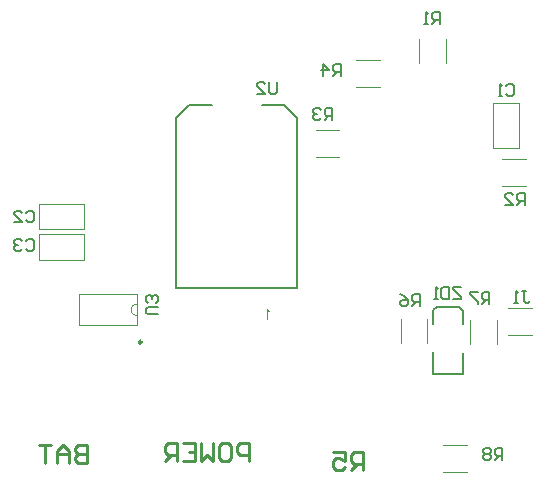
<source format=gto>
G04 Layer_Color=65535*
%FSLAX44Y44*%
%MOMM*%
G71*
G01*
G75*
%ADD33C,0.2500*%
%ADD34C,0.1000*%
%ADD35C,0.2000*%
%ADD36C,0.1500*%
%ADD37C,0.2540*%
D33*
X-897550Y113500D02*
G03*
X-897550Y113500I1250J0D01*
G01*
D34*
X-899300Y146000D02*
G03*
X-899300Y136000I0J-5000D01*
G01*
X-564800Y119750D02*
X-584800D01*
X-564800Y142250D02*
X-584800D01*
X-693800Y329750D02*
X-713800D01*
X-693800Y352250D02*
X-713800D01*
X-727800Y293250D02*
X-747800D01*
X-727800Y270750D02*
X-747800D01*
X-943800Y230750D02*
X-981850D01*
Y209250D02*
Y230750D01*
X-943800Y209250D02*
X-981850D01*
X-943800D02*
Y230750D01*
X-899300Y128000D02*
X-948300D01*
Y154000D01*
X-899300D02*
X-948300D01*
X-899300Y128000D02*
Y154000D01*
X-660050Y350000D02*
Y370000D01*
X-637550Y350000D02*
Y370000D01*
X-676050Y113000D02*
Y133000D01*
X-653550Y113000D02*
Y133000D01*
X-569800Y268250D02*
X-589800D01*
X-569800Y245750D02*
X-589800D01*
X-597550Y277950D02*
Y316000D01*
X-576050Y277950D02*
X-597550D01*
X-576050D02*
Y316000D01*
X-597550D01*
X-619800Y3750D02*
X-639800D01*
X-619800Y26250D02*
X-639800D01*
X-594550Y112000D02*
Y132000D01*
X-617050Y112000D02*
Y132000D01*
X-943800Y204750D02*
X-981850D01*
Y183250D02*
Y204750D01*
X-943800Y183250D02*
X-981850D01*
X-943800D02*
Y204750D01*
X-787550Y139725D02*
X-788312Y140106D01*
X-789454Y141248D01*
Y133250D01*
D35*
X-648300Y129150D02*
Y140417D01*
X-623300Y129150D02*
Y140306D01*
Y86750D02*
Y104000D01*
X-648300Y86750D02*
Y105150D01*
X-626613Y143250D02*
X-645113D01*
X-623300Y140306D02*
X-626613Y143250D01*
X-645113D02*
X-648300Y140417D01*
X-623300Y86750D02*
X-648300D01*
X-763550Y303250D02*
X-774800Y314500D01*
X-774800Y314500D02*
X-793800D01*
X-835800Y314500D02*
X-854800D01*
X-866050Y303250D01*
X-763550Y159751D02*
X-866050D01*
X-763550D02*
Y303250D01*
X-866050Y159751D02*
Y303250D01*
D36*
X-573465Y156997D02*
X-570132D01*
X-571798D01*
Y148666D01*
X-570132Y147000D01*
X-568466D01*
X-566800Y148666D01*
X-576797Y147000D02*
X-580129D01*
X-578463D01*
Y156997D01*
X-576797Y155331D01*
X-780800Y333997D02*
Y325666D01*
X-782466Y324000D01*
X-785798D01*
X-787465Y325666D01*
Y333997D01*
X-797461Y324000D02*
X-790797D01*
X-797461Y330664D01*
Y332331D01*
X-795795Y333997D01*
X-792463D01*
X-790797Y332331D01*
X-624800Y159997D02*
X-631465D01*
Y158331D01*
X-624800Y151666D01*
Y150000D01*
X-631465D01*
X-634797Y159997D02*
Y150000D01*
X-639795D01*
X-641461Y151666D01*
Y158331D01*
X-639795Y159997D01*
X-634797D01*
X-644793Y150000D02*
X-648126D01*
X-646460D01*
Y159997D01*
X-644793Y158331D01*
X-881803Y137000D02*
X-890134D01*
X-891800Y138666D01*
Y141998D01*
X-890134Y143665D01*
X-881803D01*
X-883469Y146997D02*
X-881803Y148663D01*
Y151995D01*
X-883469Y153661D01*
X-885135D01*
X-886802Y151995D01*
Y150329D01*
Y151995D01*
X-888468Y153661D01*
X-890134D01*
X-891800Y151995D01*
Y148663D01*
X-890134Y146997D01*
X-589800Y14000D02*
Y23997D01*
X-594798D01*
X-596465Y22331D01*
Y18998D01*
X-594798Y17332D01*
X-589800D01*
X-593132D02*
X-596465Y14000D01*
X-599797Y22331D02*
X-601463Y23997D01*
X-604795D01*
X-606461Y22331D01*
Y20665D01*
X-604795Y18998D01*
X-606461Y17332D01*
Y15666D01*
X-604795Y14000D01*
X-601463D01*
X-599797Y15666D01*
Y17332D01*
X-601463Y18998D01*
X-599797Y20665D01*
Y22331D01*
X-601463Y18998D02*
X-604795D01*
X-600800Y146000D02*
Y155997D01*
X-605798D01*
X-607464Y154331D01*
Y150998D01*
X-605798Y149332D01*
X-600800D01*
X-604132D02*
X-607464Y146000D01*
X-610797Y155997D02*
X-617461D01*
Y154331D01*
X-610797Y147666D01*
Y146000D01*
X-659800Y144000D02*
Y153997D01*
X-664798D01*
X-666464Y152331D01*
Y148998D01*
X-664798Y147332D01*
X-659800D01*
X-663132D02*
X-666464Y144000D01*
X-676461Y153997D02*
X-673129Y152331D01*
X-669797Y148998D01*
Y145666D01*
X-671463Y144000D01*
X-674795D01*
X-676461Y145666D01*
Y147332D01*
X-674795Y148998D01*
X-669797D01*
X-726800Y339000D02*
Y348997D01*
X-731798D01*
X-733465Y347331D01*
Y343998D01*
X-731798Y342332D01*
X-726800D01*
X-730132D02*
X-733465Y339000D01*
X-741795D02*
Y348997D01*
X-736797Y343998D01*
X-743461D01*
X-733800Y302000D02*
Y311997D01*
X-738798D01*
X-740464Y310331D01*
Y306998D01*
X-738798Y305332D01*
X-733800D01*
X-737132D02*
X-740464Y302000D01*
X-743797Y310331D02*
X-745463Y311997D01*
X-748795D01*
X-750461Y310331D01*
Y308664D01*
X-748795Y306998D01*
X-747129D01*
X-748795D01*
X-750461Y305332D01*
Y303666D01*
X-748795Y302000D01*
X-745463D01*
X-743797Y303666D01*
X-570800Y230000D02*
Y239997D01*
X-575798D01*
X-577464Y238331D01*
Y234998D01*
X-575798Y233332D01*
X-570800D01*
X-574132D02*
X-577464Y230000D01*
X-587461D02*
X-580797D01*
X-587461Y236665D01*
Y238331D01*
X-585795Y239997D01*
X-582463D01*
X-580797Y238331D01*
X-642800Y383000D02*
Y392997D01*
X-647798D01*
X-649464Y391331D01*
Y387998D01*
X-647798Y386332D01*
X-642800D01*
X-646132D02*
X-649464Y383000D01*
X-652797D02*
X-656129D01*
X-654463D01*
Y392997D01*
X-652797Y391331D01*
X-993465Y199331D02*
X-991798Y200997D01*
X-988466D01*
X-986800Y199331D01*
Y192666D01*
X-988466Y191000D01*
X-991798D01*
X-993465Y192666D01*
X-996797Y199331D02*
X-998463Y200997D01*
X-1001795D01*
X-1003461Y199331D01*
Y197665D01*
X-1001795Y195998D01*
X-1000129D01*
X-1001795D01*
X-1003461Y194332D01*
Y192666D01*
X-1001795Y191000D01*
X-998463D01*
X-996797Y192666D01*
X-993465Y223331D02*
X-991798Y224997D01*
X-988466D01*
X-986800Y223331D01*
Y216666D01*
X-988466Y215000D01*
X-991798D01*
X-993465Y216666D01*
X-1003461Y215000D02*
X-996797D01*
X-1003461Y221665D01*
Y223331D01*
X-1001795Y224997D01*
X-998463D01*
X-996797Y223331D01*
X-586465Y330331D02*
X-584798Y331997D01*
X-581466D01*
X-579800Y330331D01*
Y323666D01*
X-581466Y322000D01*
X-584798D01*
X-586465Y323666D01*
X-589797Y322000D02*
X-593129D01*
X-591463D01*
Y331997D01*
X-589797Y330331D01*
D37*
X-707800Y5000D02*
Y20235D01*
X-715417D01*
X-717957Y17696D01*
Y12617D01*
X-715417Y10078D01*
X-707800D01*
X-712878D02*
X-717957Y5000D01*
X-733192Y20235D02*
X-723035D01*
Y12617D01*
X-728113Y15157D01*
X-730653D01*
X-733192Y12617D01*
Y7539D01*
X-730653Y5000D01*
X-725574D01*
X-723035Y7539D01*
X-804800Y13000D02*
Y28235D01*
X-812418D01*
X-814957Y25696D01*
Y20617D01*
X-812418Y18078D01*
X-804800D01*
X-827653Y28235D02*
X-822574D01*
X-820035Y25696D01*
Y15539D01*
X-822574Y13000D01*
X-827653D01*
X-830192Y15539D01*
Y25696D01*
X-827653Y28235D01*
X-835270D02*
Y13000D01*
X-840349Y18078D01*
X-845427Y13000D01*
Y28235D01*
X-860662D02*
X-850505D01*
Y13000D01*
X-860662D01*
X-850505Y20617D02*
X-855583D01*
X-865740Y13000D02*
Y28235D01*
X-873358D01*
X-875897Y25696D01*
Y20617D01*
X-873358Y18078D01*
X-865740D01*
X-870819D02*
X-875897Y13000D01*
X-941800Y26235D02*
Y11000D01*
X-949417D01*
X-951957Y13539D01*
Y16078D01*
X-949417Y18618D01*
X-941800D01*
X-949417D01*
X-951957Y21157D01*
Y23696D01*
X-949417Y26235D01*
X-941800D01*
X-957035Y11000D02*
Y21157D01*
X-962113Y26235D01*
X-967192Y21157D01*
Y11000D01*
Y18618D01*
X-957035D01*
X-972270Y26235D02*
X-982427D01*
X-977348D01*
Y11000D01*
M02*

</source>
